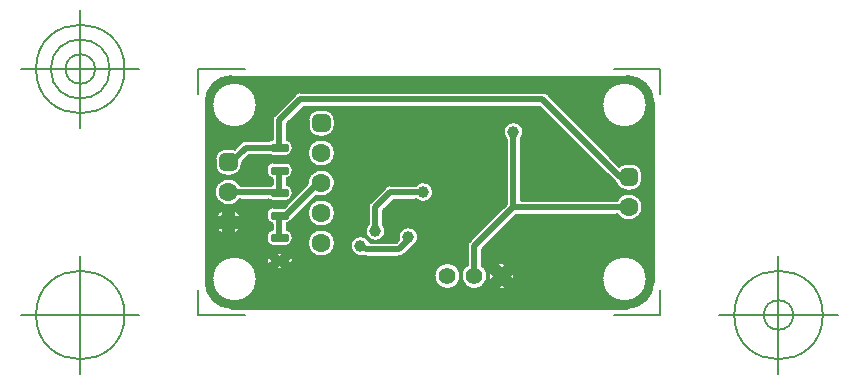
<source format=gbr>
G04 Generated by Ultiboard 14.2 *
%FSLAX24Y24*%
%MOIN*%

%ADD10C,0.0001*%
%ADD11C,0.0100*%
%ADD12C,0.0200*%
%ADD13C,0.0050*%
%ADD14C,0.0394*%
%ADD15C,0.0633*%
%ADD16R,0.0208X0.0208*%
%ADD17C,0.0392*%
%ADD18R,0.0417X0.0108*%
%ADD19C,0.0167*%
%ADD20C,0.0560*%


G04 ColorRGB 0000FF for the following layer *
%LNCopper Bottom*%
%LPD*%
G54D10*
G36*
X1708Y37949D02*
X1708Y37949D01*
X14892Y37949D01*
G75*
D01*
G03X14900Y37949I8J151*
G01*
G74*
D01*
G02X15749Y37100I0J849*
G01*
G75*
D01*
G03X15750Y37092I151J0*
G01*
X15750Y37092D01*
X15750Y31108D01*
G74*
D01*
G03X15749Y31100I150J8*
G01*
G75*
D01*
G02X14900Y30251I-849J0*
G01*
G75*
D01*
G03X14892Y30251I0J-151*
G01*
X14892Y30251D01*
X1708Y30251D01*
X1700Y30251D01*
G75*
D01*
G02X851Y31100I0J849*
G01*
X851Y31108D01*
X851Y31108D01*
X851Y37092D01*
G75*
D01*
G03X851Y37100I-151J8*
G01*
G75*
D01*
G02X1700Y37949I849J0*
G01*
X1708Y37949D01*
D02*
G37*
%LPC*%
G36*
X4000Y37451D02*
G75*
D01*
G03X3822Y37378I0J-251*
G01*
X3822Y37378D01*
X3122Y36678D01*
G75*
D01*
G03X3049Y36500I178J-178*
G01*
X3049Y36500D01*
X3049Y35860D01*
G74*
D01*
G03X2965Y35826I43J231*
G01*
X2965Y35826D01*
X2176Y35826D01*
G75*
D01*
G03X2116Y35819I0J-251*
G01*
G74*
D01*
G03X1998Y35753I60J244*
G01*
X1998Y35753D01*
X1787Y35542D01*
G74*
D01*
G03X1704Y35552I83J338*
G01*
X1704Y35552D01*
X1496Y35552D01*
G75*
D01*
G03X1148Y35204I0J-348*
G01*
X1148Y35204D01*
X1148Y34996D01*
G75*
D01*
G03X1496Y34648I348J0*
G01*
X1496Y34648D01*
X1704Y34648D01*
G75*
D01*
G03X2052Y34996I0J348*
G01*
X2052Y34996D01*
X2052Y35096D01*
X2280Y35324D01*
X2965Y35324D01*
G75*
D01*
G03X3092Y35286I127J197*
G01*
X3092Y35286D01*
X3508Y35286D01*
G75*
D01*
G03X3743Y35521I0J235*
G01*
X3743Y35521D01*
X3743Y35629D01*
G74*
D01*
G03X3551Y35860I235J0*
G01*
X3551Y35860D01*
X3551Y36396D01*
X4104Y36949D01*
X11956Y36949D01*
X14482Y34422D01*
G74*
D01*
G03X14513Y34396I178J178*
G01*
G75*
D01*
G03X14846Y34148I333J100*
G01*
X14846Y34148D01*
X15054Y34148D01*
G75*
D01*
G03X15402Y34496I0J348*
G01*
X15402Y34496D01*
X15402Y34704D01*
G74*
D01*
G03X15054Y35052I348J0*
G01*
X15054Y35052D01*
X14846Y35052D01*
G75*
D01*
G03X14635Y34980I0J-348*
G01*
X14635Y34980D01*
X12238Y37377D01*
G74*
D01*
G03X12060Y37451I178J177*
G01*
X12060Y37451D01*
X4000Y37451D01*
D02*
G37*
G36*
X9621Y32478D02*
G75*
D01*
G03X9547Y32300I177J-178*
G01*
X9547Y32300D01*
X9547Y31671D01*
G75*
D01*
G03X10050Y31671I251J-371*
G01*
X10050Y31671D01*
X10050Y32196D01*
X11202Y33349D01*
X14557Y33349D01*
G75*
D01*
G03X14557Y33851I393J251*
G01*
X14557Y33851D01*
X11351Y33851D01*
X11351Y35861D01*
G75*
D01*
G03X10849Y35861I-251J239*
G01*
X10849Y35861D01*
X10849Y33706D01*
X9998Y32855D01*
X9998Y32855D01*
X9621Y32478D01*
D02*
G37*
G36*
X14040Y37000D02*
G75*
D01*
G03X14040Y37000I760J0*
G01*
D02*
G37*
G36*
X14040Y31200D02*
G75*
D01*
G03X14040Y31200I760J0*
G01*
D02*
G37*
G36*
X11109Y31484D02*
X11109Y31484D01*
X10925Y31300D01*
X11109Y31116D01*
G75*
D01*
G03X11109Y31484I-409J184*
G01*
D02*
G37*
G36*
X10490Y31300D02*
G75*
D01*
G03X10490Y31300I210J0*
G01*
D02*
G37*
G36*
X10291Y31484D02*
G75*
D01*
G03X10291Y31116I409J-184*
G01*
X10291Y31116D01*
X10475Y31300D01*
X10291Y31484D01*
D02*
G37*
G36*
X10884Y30891D02*
X10884Y30891D01*
X10700Y31075D01*
X10516Y30891D01*
G75*
D01*
G03X10884Y30891I184J409*
G01*
D02*
G37*
G36*
X10516Y31709D02*
X10516Y31709D01*
X10700Y31525D01*
X10884Y31709D01*
G75*
D01*
G03X10516Y31709I-184J-409*
G01*
D02*
G37*
G36*
X4804Y36852D02*
X4804Y36852D01*
X4596Y36852D01*
G75*
D01*
G03X4248Y36504I0J-348*
G01*
X4248Y36504D01*
X4248Y36296D01*
G75*
D01*
G03X4596Y35948I348J0*
G01*
X4596Y35948D01*
X4804Y35948D01*
G75*
D01*
G03X5152Y36296I0J348*
G01*
X5152Y36296D01*
X5152Y36504D01*
G74*
D01*
G03X4804Y36852I348J0*
G01*
D02*
G37*
G36*
X4233Y35400D02*
G75*
D01*
G03X4233Y35400I467J0*
G01*
D02*
G37*
G36*
X4523Y33968D02*
G75*
D01*
G03X4233Y34389I177J432*
G01*
X4233Y34389D01*
X3458Y33614D01*
X3092Y33614D01*
G75*
D01*
G03X2857Y33379I0J-235*
G01*
X2857Y33379D01*
X2857Y33271D01*
G75*
D01*
G03X3049Y33040I235J0*
G01*
X3049Y33040D01*
X3049Y32860D01*
G74*
D01*
G03X2857Y32629I43J231*
G01*
X2857Y32629D01*
X2857Y32521D01*
G75*
D01*
G03X3092Y32286I235J0*
G01*
X3092Y32286D01*
X3508Y32286D01*
G75*
D01*
G03X3743Y32521I0J235*
G01*
X3743Y32521D01*
X3743Y32629D01*
G74*
D01*
G03X3551Y32860I235J0*
G01*
X3551Y32860D01*
X3551Y33040D01*
G74*
D01*
G03X3715Y33159I43J231*
G01*
X3715Y33159D01*
X4523Y33968D01*
D02*
G37*
G36*
X1994Y34351D02*
G75*
D01*
G03X1993Y33848I-394J-251*
G01*
X1993Y33848D01*
X2933Y33848D01*
G75*
D01*
G03X3092Y33786I159J173*
G01*
X3092Y33786D01*
X3508Y33786D01*
G75*
D01*
G03X3743Y34021I0J235*
G01*
X3743Y34021D01*
X3743Y34129D01*
G74*
D01*
G03X3551Y34360I235J0*
G01*
X3551Y34360D01*
X3551Y34540D01*
G75*
D01*
G03X3743Y34771I-43J231*
G01*
X3743Y34771D01*
X3743Y34879D01*
G74*
D01*
G03X3508Y35114I235J0*
G01*
X3508Y35114D01*
X3092Y35114D01*
G75*
D01*
G03X2857Y34879I0J-235*
G01*
X2857Y34879D01*
X2857Y34771D01*
G75*
D01*
G03X3049Y34540I235J0*
G01*
X3049Y34540D01*
X3049Y34360D01*
G74*
D01*
G03X3015Y34351I43J231*
G01*
X3015Y34351D01*
X1994Y34351D01*
D02*
G37*
G36*
X1040Y31200D02*
G75*
D01*
G03X1040Y31200I760J0*
G01*
D02*
G37*
G36*
X1040Y37000D02*
G75*
D01*
G03X1040Y37000I760J0*
G01*
D02*
G37*
G36*
X4233Y33400D02*
G75*
D01*
G03X4233Y33400I467J0*
G01*
D02*
G37*
G36*
X1765Y33536D02*
X1765Y33536D01*
X1765Y33265D01*
X2036Y33265D01*
G74*
D01*
G03X1765Y33536I436J165*
G01*
D02*
G37*
G36*
X1164Y33265D02*
X1164Y33265D01*
X1435Y33265D01*
X1435Y33536D01*
G74*
D01*
G03X1164Y33265I165J436*
G01*
D02*
G37*
G36*
X2036Y32935D02*
X2036Y32935D01*
X1765Y32935D01*
X1765Y32664D01*
G74*
D01*
G03X2036Y32935I165J436*
G01*
D02*
G37*
G36*
X1435Y32664D02*
X1435Y32664D01*
X1435Y32935D01*
X1164Y32935D01*
G74*
D01*
G03X1435Y32664I436J165*
G01*
D02*
G37*
G36*
X1425Y33100D02*
G75*
D01*
G03X1425Y33100I175J0*
G01*
D02*
G37*
G36*
X6312Y32451D02*
G75*
D01*
G03X6102Y31969I-312J-151*
G01*
G75*
D01*
G03X6200Y31949I98J231*
G01*
X6200Y31949D01*
X7300Y31949D01*
G75*
D01*
G03X7374Y31960I0J251*
G01*
G74*
D01*
G03X7478Y32023I74J240*
G01*
X7478Y32023D01*
X7736Y32281D01*
G75*
D01*
G03X7263Y32518I-136J319*
G01*
X7263Y32518D01*
X7196Y32451D01*
X6312Y32451D01*
D02*
G37*
G36*
X7861Y34351D02*
X7861Y34351D01*
X7000Y34351D01*
G75*
D01*
G03X6822Y34278I0J-251*
G01*
X6822Y34278D01*
X6322Y33778D01*
G75*
D01*
G03X6249Y33600I178J-178*
G01*
X6249Y33600D01*
X6249Y33039D01*
G75*
D01*
G03X6751Y33039I251J-239*
G01*
X6751Y33039D01*
X6751Y33496D01*
X7104Y33849D01*
X7861Y33849D01*
G75*
D01*
G03X7861Y34351I239J251*
G01*
D02*
G37*
G36*
X4233Y32400D02*
G75*
D01*
G03X4233Y32400I467J0*
G01*
D02*
G37*
G36*
X3721Y31673D02*
G75*
D01*
G03X3743Y31771I-213J98*
G01*
X3743Y31771D01*
X3743Y31879D01*
G74*
D01*
G03X3721Y31977I235J0*
G01*
X3721Y31977D01*
X3487Y31825D01*
X3721Y31673D01*
D02*
G37*
G36*
X3550Y32110D02*
G74*
D01*
G03X3508Y32114I42J231*
G01*
X3508Y32114D01*
X3092Y32114D01*
G75*
D01*
G03X3050Y32110I0J-235*
G01*
X3050Y32110D01*
X3300Y31947D01*
X3550Y32110D01*
D02*
G37*
G36*
X2879Y31673D02*
X2879Y31673D01*
X3113Y31825D01*
X2879Y31977D01*
G74*
D01*
G03X2857Y31879I213J98*
G01*
X2857Y31879D01*
X2857Y31771D01*
G75*
D01*
G03X2879Y31673I235J0*
G01*
D02*
G37*
G36*
X3050Y31540D02*
G75*
D01*
G03X3092Y31536I42J231*
G01*
X3092Y31536D01*
X3508Y31536D01*
G74*
D01*
G03X3550Y31540I0J235*
G01*
X3550Y31540D01*
X3300Y31703D01*
X3050Y31540D01*
D02*
G37*
G36*
X8449Y31300D02*
G75*
D01*
G03X8449Y31300I448J0*
G01*
D02*
G37*
%LPD*%
G54D11*
X4000Y37451D02*
G75*
D01*
G03X3822Y37378I0J-251*
G01*
X3122Y36678D01*
G75*
D01*
G03X3049Y36500I178J-178*
G01*
X3049Y35860D01*
G74*
D01*
G03X2965Y35826I43J231*
G01*
X2176Y35826D01*
G75*
D01*
G03X2116Y35819I0J-251*
G01*
G74*
D01*
G03X1998Y35753I60J244*
G01*
X1787Y35542D01*
G74*
D01*
G03X1704Y35552I83J338*
G01*
X1496Y35552D01*
G75*
D01*
G03X1148Y35204I0J-348*
G01*
X1148Y34996D01*
G75*
D01*
G03X1496Y34648I348J0*
G01*
X1704Y34648D01*
G75*
D01*
G03X2052Y34996I0J348*
G01*
X2052Y35096D01*
X2280Y35324D01*
X2965Y35324D01*
G75*
D01*
G03X3092Y35286I127J197*
G01*
X3508Y35286D01*
G75*
D01*
G03X3743Y35521I0J235*
G01*
X3743Y35629D01*
G74*
D01*
G03X3551Y35860I235J0*
G01*
X3551Y36396D01*
X4104Y36949D01*
X11956Y36949D01*
X14482Y34422D01*
G74*
D01*
G03X14513Y34396I178J178*
G01*
G75*
D01*
G03X14846Y34148I333J100*
G01*
X15054Y34148D01*
G75*
D01*
G03X15402Y34496I0J348*
G01*
X15402Y34704D01*
G74*
D01*
G03X15054Y35052I348J0*
G01*
X14846Y35052D01*
G75*
D01*
G03X14635Y34980I0J-348*
G01*
X12238Y37377D01*
G74*
D01*
G03X12060Y37451I178J177*
G01*
X4000Y37451D01*
X9621Y32478D02*
G75*
D01*
G03X9547Y32300I177J-178*
G01*
X9547Y31671D01*
G75*
D01*
G03X10050Y31671I251J-371*
G01*
X10050Y32196D01*
X11202Y33349D01*
X14557Y33349D01*
G75*
D01*
G03X14557Y33851I393J251*
G01*
X11351Y33851D01*
X11351Y35861D01*
G75*
D01*
G03X10849Y35861I-251J239*
G01*
X10849Y33706D01*
X9998Y32855D01*
X9998Y32855D01*
X9621Y32478D01*
X14040Y37000D02*
G75*
D01*
G03X14040Y37000I760J0*
G01*
X14040Y31200D02*
G75*
D01*
G03X14040Y31200I760J0*
G01*
X11109Y31484D02*
X10925Y31300D01*
X11109Y31116D01*
G75*
D01*
G03X11109Y31484I-409J184*
G01*
X10490Y31300D02*
G75*
D01*
G03X10490Y31300I210J0*
G01*
X10291Y31484D02*
G75*
D01*
G03X10291Y31116I409J-184*
G01*
X10475Y31300D01*
X10291Y31484D01*
X10884Y30891D02*
X10700Y31075D01*
X10516Y30891D01*
G75*
D01*
G03X10884Y30891I184J409*
G01*
X10516Y31709D02*
X10700Y31525D01*
X10884Y31709D01*
G75*
D01*
G03X10516Y31709I-184J-409*
G01*
X4804Y36852D02*
X4596Y36852D01*
G75*
D01*
G03X4248Y36504I0J-348*
G01*
X4248Y36296D01*
G75*
D01*
G03X4596Y35948I348J0*
G01*
X4804Y35948D01*
G75*
D01*
G03X5152Y36296I0J348*
G01*
X5152Y36504D01*
G74*
D01*
G03X4804Y36852I348J0*
G01*
X4233Y35400D02*
G75*
D01*
G03X4233Y35400I467J0*
G01*
X4523Y33968D02*
G75*
D01*
G03X4233Y34389I177J432*
G01*
X3458Y33614D01*
X3092Y33614D01*
G75*
D01*
G03X2857Y33379I0J-235*
G01*
X2857Y33271D01*
G75*
D01*
G03X3049Y33040I235J0*
G01*
X3049Y32860D01*
G74*
D01*
G03X2857Y32629I43J231*
G01*
X2857Y32521D01*
G75*
D01*
G03X3092Y32286I235J0*
G01*
X3508Y32286D01*
G75*
D01*
G03X3743Y32521I0J235*
G01*
X3743Y32629D01*
G74*
D01*
G03X3551Y32860I235J0*
G01*
X3551Y33040D01*
G74*
D01*
G03X3715Y33159I43J231*
G01*
X4523Y33968D01*
X1994Y34351D02*
G75*
D01*
G03X1993Y33848I-394J-251*
G01*
X2933Y33848D01*
G75*
D01*
G03X3092Y33786I159J173*
G01*
X3508Y33786D01*
G75*
D01*
G03X3743Y34021I0J235*
G01*
X3743Y34129D01*
G74*
D01*
G03X3551Y34360I235J0*
G01*
X3551Y34540D01*
G75*
D01*
G03X3743Y34771I-43J231*
G01*
X3743Y34879D01*
G74*
D01*
G03X3508Y35114I235J0*
G01*
X3092Y35114D01*
G75*
D01*
G03X2857Y34879I0J-235*
G01*
X2857Y34771D01*
G75*
D01*
G03X3049Y34540I235J0*
G01*
X3049Y34360D01*
G74*
D01*
G03X3015Y34351I43J231*
G01*
X1994Y34351D01*
X1040Y31200D02*
G75*
D01*
G03X1040Y31200I760J0*
G01*
X1040Y37000D02*
G75*
D01*
G03X1040Y37000I760J0*
G01*
X4233Y33400D02*
G75*
D01*
G03X4233Y33400I467J0*
G01*
X1765Y33536D02*
X1765Y33265D01*
X2036Y33265D01*
G74*
D01*
G03X1765Y33536I436J165*
G01*
X1164Y33265D02*
X1435Y33265D01*
X1435Y33536D01*
G74*
D01*
G03X1164Y33265I165J436*
G01*
X2036Y32935D02*
X1765Y32935D01*
X1765Y32664D01*
G74*
D01*
G03X2036Y32935I165J436*
G01*
X1435Y32664D02*
X1435Y32935D01*
X1164Y32935D01*
G74*
D01*
G03X1435Y32664I436J165*
G01*
X1425Y33100D02*
G75*
D01*
G03X1425Y33100I175J0*
G01*
X6312Y32451D02*
G75*
D01*
G03X6102Y31969I-312J-151*
G01*
G75*
D01*
G03X6200Y31949I98J231*
G01*
X7300Y31949D01*
G75*
D01*
G03X7374Y31960I0J251*
G01*
G74*
D01*
G03X7478Y32023I74J240*
G01*
X7736Y32281D01*
G75*
D01*
G03X7263Y32518I-136J319*
G01*
X7196Y32451D01*
X6312Y32451D01*
X7861Y34351D02*
X7000Y34351D01*
G75*
D01*
G03X6822Y34278I0J-251*
G01*
X6322Y33778D01*
G75*
D01*
G03X6249Y33600I178J-178*
G01*
X6249Y33039D01*
G75*
D01*
G03X6751Y33039I251J-239*
G01*
X6751Y33496D01*
X7104Y33849D01*
X7861Y33849D01*
G75*
D01*
G03X7861Y34351I239J251*
G01*
X4233Y32400D02*
G75*
D01*
G03X4233Y32400I467J0*
G01*
X3721Y31673D02*
G75*
D01*
G03X3743Y31771I-213J98*
G01*
X3743Y31879D01*
G74*
D01*
G03X3721Y31977I235J0*
G01*
X3487Y31825D01*
X3721Y31673D01*
X3550Y32110D02*
G74*
D01*
G03X3508Y32114I42J231*
G01*
X3092Y32114D01*
G75*
D01*
G03X3050Y32110I0J-235*
G01*
X3300Y31947D01*
X3550Y32110D01*
X2879Y31673D02*
X3113Y31825D01*
X2879Y31977D01*
G74*
D01*
G03X2857Y31879I213J98*
G01*
X2857Y31771D01*
G75*
D01*
G03X2879Y31673I235J0*
G01*
X3050Y31540D02*
G75*
D01*
G03X3092Y31536I42J231*
G01*
X3508Y31536D01*
G74*
D01*
G03X3550Y31540I0J235*
G01*
X3300Y31703D01*
X3050Y31540D01*
X8449Y31300D02*
G75*
D01*
G03X8449Y31300I448J0*
G01*
X1708Y37949D02*
X14892Y37949D01*
G75*
D01*
G03X14900Y37949I8J151*
G01*
G74*
D01*
G02X15749Y37100I0J849*
G01*
G75*
D01*
G03X15750Y37092I151J0*
G01*
X15750Y31108D01*
G74*
D01*
G03X15749Y31100I150J8*
G01*
G75*
D01*
G02X14900Y30251I-849J0*
G01*
G75*
D01*
G03X14892Y30251I0J-151*
G01*
X1708Y30251D01*
X1700Y30251D01*
G75*
D01*
G02X851Y31100I0J849*
G01*
X851Y31108D01*
X851Y37092D01*
G75*
D01*
G03X851Y37100I-151J8*
G01*
G75*
D01*
G02X1700Y37949I849J0*
G01*
X1708Y37949D01*
G54D12*
X7600Y32500D02*
X7600Y32600D01*
X7000Y34100D02*
X8100Y34100D01*
X6500Y33600D02*
X6500Y33000D01*
X6500Y33600D02*
X7000Y34100D01*
X7300Y32200D02*
X6200Y32200D01*
X7600Y32500D02*
X7300Y32200D01*
X3300Y34075D02*
X3300Y34825D01*
X1700Y34099D02*
X3276Y34099D01*
X3300Y32575D02*
X3300Y33325D01*
X3525Y33325D02*
X4559Y34359D01*
X4659Y34359D01*
X3300Y33325D02*
X3525Y33325D01*
X3300Y35575D02*
X2176Y35575D01*
X1700Y35099D01*
X3300Y36500D02*
X4000Y37200D01*
X9400Y37200D01*
X3300Y35575D02*
X3300Y36500D01*
X9400Y37200D02*
X11600Y37200D01*
X12060Y37200D02*
X11600Y37200D01*
X12060Y37200D02*
X14660Y34600D01*
X11100Y36100D02*
X11100Y33600D01*
X9798Y32300D02*
X11098Y33600D01*
X14660Y33600D01*
X9798Y32300D02*
X9798Y31300D01*
G54D13*
X600Y30000D02*
X600Y30820D01*
X600Y30000D02*
X2140Y30000D01*
X16000Y30000D02*
X14460Y30000D01*
X16000Y30000D02*
X16000Y30820D01*
X16000Y38200D02*
X16000Y37380D01*
X16000Y38200D02*
X14460Y38200D01*
X600Y38200D02*
X2140Y38200D01*
X600Y38200D02*
X600Y37380D01*
X-1369Y30000D02*
X-5306Y30000D01*
X-3337Y28031D02*
X-3337Y31969D01*
X-4813Y30000D02*
G75*
D01*
G02X-4813Y30000I1476J0*
G01*
X17969Y30000D02*
X21906Y30000D01*
X19937Y28031D02*
X19937Y31969D01*
X18461Y30000D02*
G75*
D01*
G02X18461Y30000I1476J0*
G01*
X19445Y30000D02*
G75*
D01*
G02X19445Y30000I492J0*
G01*
X-1369Y38200D02*
X-5306Y38200D01*
X-3337Y36231D02*
X-3337Y40169D01*
X-4813Y38200D02*
G75*
D01*
G02X-4813Y38200I1476J0*
G01*
X-4321Y38200D02*
G75*
D01*
G02X-4321Y38200I984J0*
G01*
X-3829Y38200D02*
G75*
D01*
G02X-3829Y38200I492J0*
G01*
G54D14*
X8100Y34100D03*
X6500Y32800D03*
X6000Y32300D03*
X7600Y32600D03*
X11100Y36100D03*
G54D15*
X4700Y33400D03*
X4700Y35400D03*
X4700Y34400D03*
X4700Y32400D03*
X1600Y34100D03*
X1600Y33100D03*
X14950Y33600D03*
G54D16*
X4700Y36400D03*
X1600Y35100D03*
X14950Y34600D03*
G54D17*
X4596Y36296D02*
X4804Y36296D01*
X4804Y36504D01*
X4596Y36504D01*
X4596Y36296D01*D02*
X1496Y34996D02*
X1704Y34996D01*
X1704Y35204D01*
X1496Y35204D01*
X1496Y34996D01*D02*
X14846Y34496D02*
X15054Y34496D01*
X15054Y34704D01*
X14846Y34704D01*
X14846Y34496D01*D02*
G54D18*
X3300Y34075D03*
X3300Y33325D03*
X3300Y34825D03*
X3300Y35575D03*
X3300Y31825D03*
X3300Y32575D03*
G54D19*
X3092Y34021D02*
X3508Y34021D01*
X3508Y34129D01*
X3092Y34129D01*
X3092Y34021D01*D02*
X3092Y33271D02*
X3508Y33271D01*
X3508Y33379D01*
X3092Y33379D01*
X3092Y33271D01*D02*
X3092Y34771D02*
X3508Y34771D01*
X3508Y34879D01*
X3092Y34879D01*
X3092Y34771D01*D02*
X3092Y35521D02*
X3508Y35521D01*
X3508Y35629D01*
X3092Y35629D01*
X3092Y35521D01*D02*
X3092Y31771D02*
X3508Y31771D01*
X3508Y31879D01*
X3092Y31879D01*
X3092Y31771D01*D02*
X3092Y32521D02*
X3508Y32521D01*
X3508Y32629D01*
X3092Y32629D01*
X3092Y32521D01*D02*
G54D20*
X10700Y31300D03*
X9798Y31300D03*
X8897Y31300D03*

M02*

</source>
